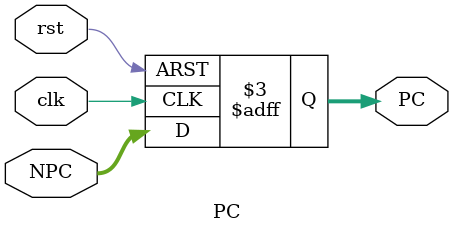
<source format=v>
module PC (NPC, rst, clk, PC);//ok
    input[31:2] NPC;
    input       rst;
    input       clk;
    output reg[31:2] PC;

    always @(negedge clk or posedge rst) begin
        if(rst == 1)    
            PC <= 30'h0c00;
        else            
            PC <= NPC;
    end
    
endmodule
</source>
